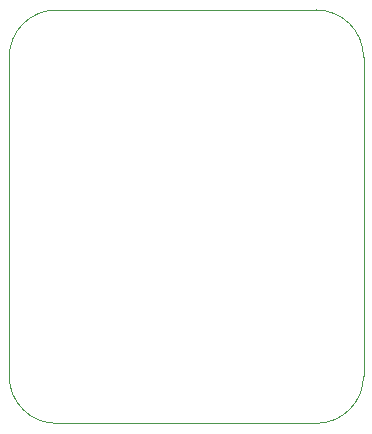
<source format=gbr>
%TF.GenerationSoftware,KiCad,Pcbnew,9.0.0*%
%TF.CreationDate,2025-02-28T01:07:07-08:00*%
%TF.ProjectId,CAN Adapter Board - R1,43414e20-4164-4617-9074-657220426f61,rev?*%
%TF.SameCoordinates,Original*%
%TF.FileFunction,Profile,NP*%
%FSLAX46Y46*%
G04 Gerber Fmt 4.6, Leading zero omitted, Abs format (unit mm)*
G04 Created by KiCad (PCBNEW 9.0.0) date 2025-02-28 01:07:07*
%MOMM*%
%LPD*%
G01*
G04 APERTURE LIST*
%TA.AperFunction,Profile*%
%ADD10C,0.050000*%
%TD*%
G04 APERTURE END LIST*
D10*
X0Y31000000D02*
X0Y4000000D01*
X26000000Y35000000D02*
G75*
G02*
X30000000Y31000000I0J-4000000D01*
G01*
X0Y31000000D02*
G75*
G02*
X4000000Y35000000I4000000J0D01*
G01*
X30000000Y4000000D02*
G75*
G02*
X26000000Y0I-4000000J0D01*
G01*
X4000000Y0D02*
G75*
G02*
X0Y4000000I0J4000000D01*
G01*
X30000000Y4000000D02*
X30000000Y31000000D01*
X26000000Y35000000D02*
X4000000Y35000000D01*
X4000000Y0D02*
X26000000Y0D01*
M02*

</source>
